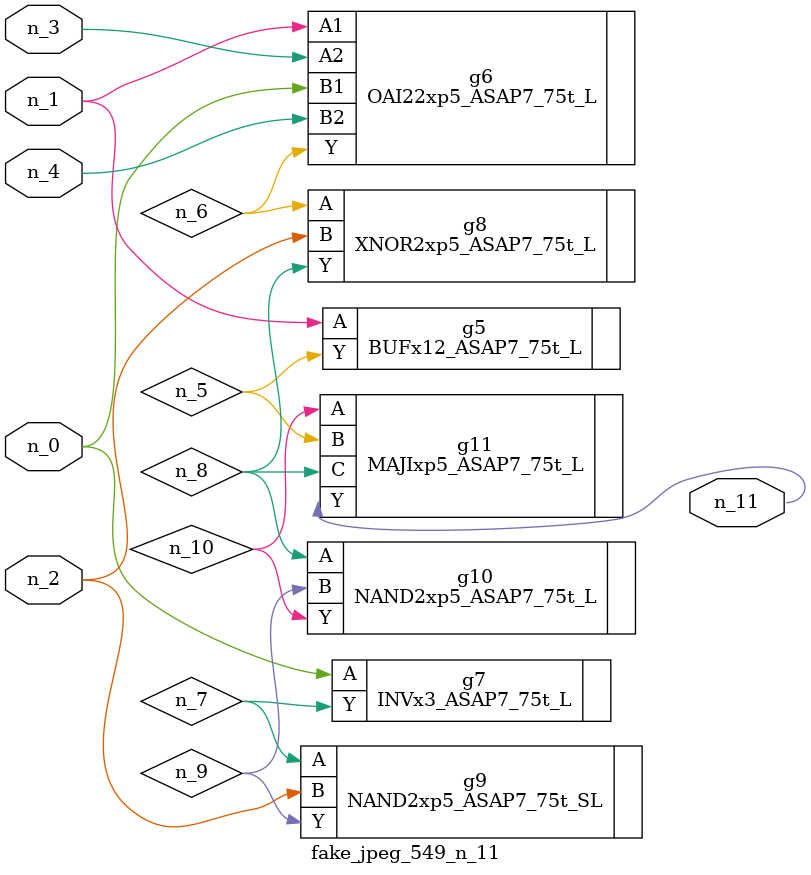
<source format=v>
module fake_jpeg_549_n_11 (n_3, n_2, n_1, n_0, n_4, n_11);

input n_3;
input n_2;
input n_1;
input n_0;
input n_4;

output n_11;

wire n_10;
wire n_8;
wire n_9;
wire n_6;
wire n_5;
wire n_7;

BUFx12_ASAP7_75t_L g5 ( 
.A(n_1),
.Y(n_5)
);

OAI22xp5_ASAP7_75t_L g6 ( 
.A1(n_1),
.A2(n_3),
.B1(n_0),
.B2(n_4),
.Y(n_6)
);

INVx3_ASAP7_75t_L g7 ( 
.A(n_0),
.Y(n_7)
);

XNOR2xp5_ASAP7_75t_L g8 ( 
.A(n_6),
.B(n_2),
.Y(n_8)
);

NAND2xp5_ASAP7_75t_L g10 ( 
.A(n_8),
.B(n_9),
.Y(n_10)
);

NAND2xp5_ASAP7_75t_SL g9 ( 
.A(n_7),
.B(n_2),
.Y(n_9)
);

MAJIxp5_ASAP7_75t_L g11 ( 
.A(n_10),
.B(n_5),
.C(n_8),
.Y(n_11)
);


endmodule
</source>
